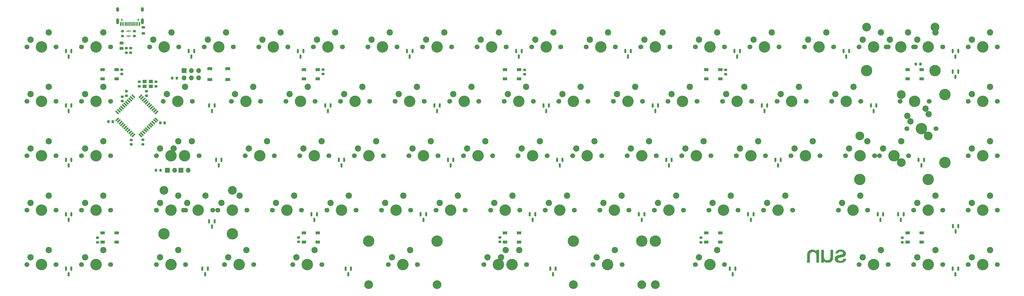
<source format=gbr>
%TF.GenerationSoftware,KiCad,Pcbnew,(5.99.0-11177-g6c67dfa032)*%
%TF.CreationDate,2021-09-17T12:13:23+03:00*%
%TF.ProjectId,SunsetterR2_Solder,53756e73-6574-4746-9572-52325f536f6c,rev?*%
%TF.SameCoordinates,Original*%
%TF.FileFunction,Soldermask,Bot*%
%TF.FilePolarity,Negative*%
%FSLAX46Y46*%
G04 Gerber Fmt 4.6, Leading zero omitted, Abs format (unit mm)*
G04 Created by KiCad (PCBNEW (5.99.0-11177-g6c67dfa032)) date 2021-09-17 12:13:23*
%MOMM*%
%LPD*%
G01*
G04 APERTURE LIST*
G04 Aperture macros list*
%AMRoundRect*
0 Rectangle with rounded corners*
0 $1 Rounding radius*
0 $2 $3 $4 $5 $6 $7 $8 $9 X,Y pos of 4 corners*
0 Add a 4 corners polygon primitive as box body*
4,1,4,$2,$3,$4,$5,$6,$7,$8,$9,$2,$3,0*
0 Add four circle primitives for the rounded corners*
1,1,$1+$1,$2,$3*
1,1,$1+$1,$4,$5*
1,1,$1+$1,$6,$7*
1,1,$1+$1,$8,$9*
0 Add four rect primitives between the rounded corners*
20,1,$1+$1,$2,$3,$4,$5,0*
20,1,$1+$1,$4,$5,$6,$7,0*
20,1,$1+$1,$6,$7,$8,$9,0*
20,1,$1+$1,$8,$9,$2,$3,0*%
%AMRotRect*
0 Rectangle, with rotation*
0 The origin of the aperture is its center*
0 $1 length*
0 $2 width*
0 $3 Rotation angle, in degrees counterclockwise*
0 Add horizontal line*
21,1,$1,$2,0,0,$3*%
G04 Aperture macros list end*
%ADD10C,4.000000*%
%ADD11C,1.700000*%
%ADD12C,2.200000*%
%ADD13C,3.987800*%
%ADD14C,3.048000*%
%ADD15C,3.050000*%
%ADD16R,1.500000X1.000000*%
%ADD17RoundRect,0.200000X-0.275000X0.200000X-0.275000X-0.200000X0.275000X-0.200000X0.275000X0.200000X0*%
%ADD18RoundRect,0.225000X0.250000X-0.225000X0.250000X0.225000X-0.250000X0.225000X-0.250000X-0.225000X0*%
%ADD19RoundRect,0.150000X-0.150000X0.587500X-0.150000X-0.587500X0.150000X-0.587500X0.150000X0.587500X0*%
%ADD20RoundRect,0.225000X0.225000X0.250000X-0.225000X0.250000X-0.225000X-0.250000X0.225000X-0.250000X0*%
%ADD21R,1.700000X1.000000*%
%ADD22RoundRect,0.225000X-0.250000X0.225000X-0.250000X-0.225000X0.250000X-0.225000X0.250000X0.225000X0*%
%ADD23R,1.400000X1.200000*%
%ADD24R,0.375000X0.500000*%
%ADD25R,0.300000X0.650000*%
%ADD26R,1.700000X1.700000*%
%ADD27O,1.700000X1.700000*%
%ADD28RoundRect,0.243750X-0.456250X0.243750X-0.456250X-0.243750X0.456250X-0.243750X0.456250X0.243750X0*%
%ADD29C,0.650000*%
%ADD30R,0.600000X1.450000*%
%ADD31R,0.300000X1.450000*%
%ADD32O,1.000000X2.100000*%
%ADD33O,1.000000X1.600000*%
%ADD34RoundRect,0.200000X0.275000X-0.200000X0.275000X0.200000X-0.275000X0.200000X-0.275000X-0.200000X0*%
%ADD35RoundRect,0.225000X-0.225000X-0.250000X0.225000X-0.250000X0.225000X0.250000X-0.225000X0.250000X0*%
%ADD36RoundRect,0.200000X0.200000X0.275000X-0.200000X0.275000X-0.200000X-0.275000X0.200000X-0.275000X0*%
%ADD37RotRect,1.500000X0.550000X315.000000*%
%ADD38RotRect,1.500000X0.550000X225.000000*%
%ADD39RoundRect,0.200000X-0.200000X-0.275000X0.200000X-0.275000X0.200000X0.275000X-0.200000X0.275000X0*%
%ADD40RoundRect,0.218750X-0.381250X0.218750X-0.381250X-0.218750X0.381250X-0.218750X0.381250X0.218750X0*%
G04 APERTURE END LIST*
%TO.C,G\u002A\u002A\u002A*%
G36*
X311299163Y-110428049D02*
G01*
X311299246Y-110588510D01*
X311299781Y-110886123D01*
X311301081Y-111138895D01*
X311303484Y-111351405D01*
X311307329Y-111528236D01*
X311312955Y-111673966D01*
X311320699Y-111793178D01*
X311330899Y-111890451D01*
X311343895Y-111970367D01*
X311360023Y-112037505D01*
X311379622Y-112096447D01*
X311403030Y-112151774D01*
X311430587Y-112208065D01*
X311433366Y-112213438D01*
X311515520Y-112337429D01*
X311626917Y-112461738D01*
X311751376Y-112570298D01*
X311872716Y-112647042D01*
X312057760Y-112717066D01*
X312295016Y-112762358D01*
X312543601Y-112767553D01*
X312790762Y-112731479D01*
X312878928Y-112708037D01*
X313062253Y-112635411D01*
X313210607Y-112535077D01*
X313329482Y-112401472D01*
X313424367Y-112229032D01*
X313500756Y-112012194D01*
X313509830Y-111979134D01*
X313520074Y-111935380D01*
X313528682Y-111886635D01*
X313535841Y-111828235D01*
X313541739Y-111755518D01*
X313546563Y-111663819D01*
X313550502Y-111548475D01*
X313553743Y-111404822D01*
X313556474Y-111228198D01*
X313558882Y-111013939D01*
X313561155Y-110757381D01*
X313563481Y-110453862D01*
X313573586Y-109079319D01*
X314525407Y-109079319D01*
X314525407Y-110216707D01*
X314525067Y-110452742D01*
X314522932Y-110800738D01*
X314518627Y-111104194D01*
X314511910Y-111367494D01*
X314502538Y-111595020D01*
X314490268Y-111791154D01*
X314474857Y-111960280D01*
X314456064Y-112106780D01*
X314433646Y-112235037D01*
X314407359Y-112349433D01*
X314308973Y-112647756D01*
X314178693Y-112906390D01*
X314016457Y-113124573D01*
X313821927Y-113302613D01*
X313594761Y-113440824D01*
X313334618Y-113539516D01*
X313041159Y-113599001D01*
X313029912Y-113600381D01*
X312896580Y-113609745D01*
X312736146Y-113611572D01*
X312564327Y-113606578D01*
X312396837Y-113595480D01*
X312249391Y-113578994D01*
X312137704Y-113557834D01*
X311984191Y-113509449D01*
X311718398Y-113385938D01*
X311474909Y-113220415D01*
X311298781Y-113078110D01*
X311298781Y-113570782D01*
X310369513Y-113570782D01*
X310369513Y-109079319D01*
X311298781Y-109079319D01*
X311299163Y-110428049D01*
G37*
G36*
X307518763Y-109058130D02*
G01*
X307799946Y-109114122D01*
X308059252Y-109204863D01*
X308289726Y-109328420D01*
X308484410Y-109482861D01*
X308514694Y-109511167D01*
X308565289Y-109553221D01*
X308594116Y-109569766D01*
X308599315Y-109561406D01*
X308606987Y-109512605D01*
X308612265Y-109429914D01*
X308614228Y-109324543D01*
X308614228Y-109079319D01*
X309543496Y-109079319D01*
X309543496Y-113570782D01*
X308614228Y-113570782D01*
X308614228Y-112176066D01*
X308614226Y-112098456D01*
X308614119Y-111805623D01*
X308613740Y-111558783D01*
X308612933Y-111353396D01*
X308611540Y-111184919D01*
X308609403Y-111048810D01*
X308606366Y-110940527D01*
X308602272Y-110855529D01*
X308596964Y-110789273D01*
X308590285Y-110737217D01*
X308582077Y-110694820D01*
X308572184Y-110657539D01*
X308560448Y-110620832D01*
X308506685Y-110484730D01*
X308390305Y-110288589D01*
X308237864Y-110127712D01*
X308046347Y-109998449D01*
X307947917Y-109955117D01*
X307771561Y-109908583D01*
X307573676Y-109884511D01*
X307367929Y-109882767D01*
X307167983Y-109903219D01*
X306987506Y-109945733D01*
X306840162Y-110010178D01*
X306729722Y-110084645D01*
X306617060Y-110190278D01*
X306528473Y-110317863D01*
X306457453Y-110477224D01*
X306397488Y-110678187D01*
X306386982Y-110721300D01*
X306376441Y-110770625D01*
X306367717Y-110823008D01*
X306360637Y-110883306D01*
X306355032Y-110956374D01*
X306350729Y-111047071D01*
X306347557Y-111160252D01*
X306345346Y-111300775D01*
X306343925Y-111473496D01*
X306343121Y-111683273D01*
X306342764Y-111934962D01*
X306342683Y-112233420D01*
X306342683Y-113570782D01*
X305382694Y-113570782D01*
X305394532Y-112196240D01*
X305395582Y-112076249D01*
X305398311Y-111787848D01*
X305401076Y-111544174D01*
X305404075Y-111340201D01*
X305407507Y-111170904D01*
X305411571Y-111031258D01*
X305416468Y-110916237D01*
X305422395Y-110820816D01*
X305429552Y-110739970D01*
X305438139Y-110668674D01*
X305448354Y-110601901D01*
X305460397Y-110534628D01*
X305467770Y-110496286D01*
X305528506Y-110235953D01*
X305602243Y-110015779D01*
X305693484Y-109826184D01*
X305806732Y-109657590D01*
X305946488Y-109500416D01*
X305964959Y-109482135D01*
X306126855Y-109341080D01*
X306294752Y-109232738D01*
X306479636Y-109152208D01*
X306692488Y-109094584D01*
X306944293Y-109054964D01*
X307222659Y-109038819D01*
X307518763Y-109058130D01*
G37*
G36*
X317318010Y-109037741D02*
G01*
X317616312Y-109067903D01*
X317907637Y-109130532D01*
X318163217Y-109225246D01*
X318386486Y-109353345D01*
X318580878Y-109516131D01*
X318638199Y-109575823D01*
X318773134Y-109748240D01*
X318867258Y-109929939D01*
X318928067Y-110134269D01*
X318957284Y-110322058D01*
X318959354Y-110577769D01*
X318914707Y-110813263D01*
X318824193Y-111026715D01*
X318688658Y-111216299D01*
X318508951Y-111380190D01*
X318285919Y-111516565D01*
X318237122Y-111540303D01*
X318153833Y-111577159D01*
X318066473Y-111609977D01*
X317968329Y-111640418D01*
X317852688Y-111670149D01*
X317712838Y-111700831D01*
X317542064Y-111734130D01*
X317333654Y-111771708D01*
X317080895Y-111815231D01*
X317064624Y-111817999D01*
X316839718Y-111858240D01*
X316659583Y-111895710D01*
X316518069Y-111933115D01*
X316409031Y-111973157D01*
X316326319Y-112018541D01*
X316263788Y-112071969D01*
X316215288Y-112136145D01*
X316174673Y-112213773D01*
X316146465Y-112284562D01*
X316129839Y-112375608D01*
X316143649Y-112468162D01*
X316188634Y-112581759D01*
X316273699Y-112713795D01*
X316404865Y-112827691D01*
X316574681Y-112910112D01*
X316781327Y-112960197D01*
X317022984Y-112977083D01*
X317095735Y-112975617D01*
X317329569Y-112949057D01*
X317535098Y-112890627D01*
X317704789Y-112802257D01*
X317752410Y-112764841D01*
X317842902Y-112672402D01*
X317926415Y-112563446D01*
X317991479Y-112453767D01*
X318026625Y-112359155D01*
X318042429Y-112280132D01*
X319067206Y-112280132D01*
X319052286Y-112364024D01*
X319040527Y-112425655D01*
X318983001Y-112640221D01*
X318901979Y-112825551D01*
X318790857Y-112997647D01*
X318711225Y-113090479D01*
X318587248Y-113209326D01*
X318450576Y-113320110D01*
X318319919Y-113406583D01*
X318269382Y-113432927D01*
X318130988Y-113491937D01*
X317967409Y-113548893D01*
X317796440Y-113597902D01*
X317635874Y-113633073D01*
X317503907Y-113651328D01*
X317288873Y-113667263D01*
X317053743Y-113672235D01*
X316816160Y-113666391D01*
X316593770Y-113649878D01*
X316404219Y-113622841D01*
X316184527Y-113572992D01*
X315899784Y-113479514D01*
X315658359Y-113360701D01*
X315458568Y-113215248D01*
X315298724Y-113041850D01*
X315177145Y-112839200D01*
X315092146Y-112605994D01*
X315072529Y-112523620D01*
X315043985Y-112285680D01*
X315055051Y-112051976D01*
X315103576Y-111830224D01*
X315187409Y-111628136D01*
X315304401Y-111453429D01*
X315452399Y-111313815D01*
X315479792Y-111294026D01*
X315562658Y-111238849D01*
X315648949Y-111190128D01*
X315744599Y-111145982D01*
X315855545Y-111104531D01*
X315987721Y-111063896D01*
X316147062Y-111022195D01*
X316339505Y-110977549D01*
X316570985Y-110928078D01*
X316847436Y-110871900D01*
X317062658Y-110827752D01*
X317255541Y-110784728D01*
X317409683Y-110745030D01*
X317531510Y-110706303D01*
X317627449Y-110666192D01*
X317703925Y-110622343D01*
X317767363Y-110572402D01*
X317824190Y-110514014D01*
X317899329Y-110398621D01*
X317930817Y-110271985D01*
X317915350Y-110145496D01*
X317854726Y-110024820D01*
X317750742Y-109915624D01*
X317605195Y-109823575D01*
X317598035Y-109820052D01*
X317526198Y-109785895D01*
X317466527Y-109762782D01*
X317406265Y-109748576D01*
X317332652Y-109741142D01*
X317232931Y-109738342D01*
X317094344Y-109738042D01*
X317003262Y-109738431D01*
X316886915Y-109740890D01*
X316802378Y-109747144D01*
X316737316Y-109758952D01*
X316679389Y-109778076D01*
X316616261Y-109806276D01*
X316536866Y-109848554D01*
X316388742Y-109962411D01*
X316283627Y-110103091D01*
X316219330Y-110273171D01*
X316202269Y-110344156D01*
X315725220Y-110344156D01*
X315684099Y-110344190D01*
X315519119Y-110344425D01*
X315398919Y-110342277D01*
X315317874Y-110334337D01*
X315270355Y-110317199D01*
X315250736Y-110287458D01*
X315253390Y-110241705D01*
X315272691Y-110176535D01*
X315303011Y-110088540D01*
X315328951Y-110015854D01*
X315410477Y-109836361D01*
X315513308Y-109681226D01*
X315649892Y-109530419D01*
X315799249Y-109401984D01*
X316037346Y-109254931D01*
X316309871Y-109144508D01*
X316615224Y-109071186D01*
X316951803Y-109035440D01*
X317318010Y-109037741D01*
G37*
%TD*%
D10*
%TO.C,K21*%
X109537500Y-57150000D03*
D11*
X104457500Y-57150000D03*
X114617500Y-57150000D03*
D12*
X112077500Y-52070000D03*
X105727500Y-54610000D03*
%TD*%
D11*
%TO.C,K80*%
X371792500Y-95250000D03*
X361632500Y-95250000D03*
D10*
X366712500Y-95250000D03*
D12*
X369252500Y-90170000D03*
X362902500Y-92710000D03*
%TD*%
D10*
%TO.C,K35*%
X38100000Y-76200000D03*
D11*
X43180000Y-76200000D03*
X33020000Y-76200000D03*
D12*
X40640000Y-71120000D03*
X34290000Y-73660000D03*
%TD*%
D11*
%TO.C,K30*%
X286067500Y-57150000D03*
D10*
X280987500Y-57150000D03*
D11*
X275907500Y-57150000D03*
D12*
X283527500Y-52070000D03*
X277177500Y-54610000D03*
%TD*%
D11*
%TO.C,K31*%
X305117500Y-57150000D03*
D10*
X300037500Y-57150000D03*
D11*
X294957500Y-57150000D03*
D12*
X302577500Y-52070000D03*
X296227500Y-54610000D03*
%TD*%
D11*
%TO.C,K33*%
X337820000Y-57150000D03*
D10*
X342900000Y-57150000D03*
D11*
X347980000Y-57150000D03*
D12*
X340360000Y-62230000D03*
X346710000Y-59690000D03*
%TD*%
D11*
%TO.C,K73*%
X169386250Y-114300000D03*
X159226250Y-114300000D03*
D10*
X164306250Y-114300000D03*
D12*
X166846250Y-109220000D03*
X160496250Y-111760000D03*
%TD*%
D11*
%TO.C,K51*%
X43180000Y-95250000D03*
D10*
X38100000Y-95250000D03*
D11*
X33020000Y-95250000D03*
D12*
X40640000Y-90170000D03*
X34290000Y-92710000D03*
%TD*%
D11*
%TO.C,K78*%
X352742500Y-114300000D03*
D10*
X347662500Y-114300000D03*
D11*
X342582500Y-114300000D03*
D12*
X350202500Y-109220000D03*
X343852500Y-111760000D03*
%TD*%
D10*
%TO.C,K23*%
X147637500Y-57150000D03*
D11*
X152717500Y-57150000D03*
X142557500Y-57150000D03*
D12*
X150177500Y-52070000D03*
X143827500Y-54610000D03*
%TD*%
D10*
%TO.C,K58*%
X180975000Y-95250000D03*
D11*
X186055000Y-95250000D03*
X175895000Y-95250000D03*
D12*
X183515000Y-90170000D03*
X177165000Y-92710000D03*
%TD*%
D11*
%TO.C,K56*%
X147955000Y-95250000D03*
X137795000Y-95250000D03*
D10*
X142875000Y-95250000D03*
D12*
X145415000Y-90170000D03*
X139065000Y-92710000D03*
%TD*%
D10*
%TO.C,K9*%
X195262500Y-38100000D03*
D11*
X200342500Y-38100000D03*
X190182500Y-38100000D03*
D12*
X197802500Y-33020000D03*
X191452500Y-35560000D03*
%TD*%
D10*
%TO.C,K10*%
X214312500Y-38100000D03*
D11*
X219392500Y-38100000D03*
X209232500Y-38100000D03*
D12*
X216852500Y-33020000D03*
X210502500Y-35560000D03*
%TD*%
D11*
%TO.C,K6*%
X143192500Y-38100000D03*
X133032500Y-38100000D03*
D10*
X138112500Y-38100000D03*
D12*
X140652500Y-33020000D03*
X134302500Y-35560000D03*
%TD*%
D10*
%TO.C,K25*%
X185737500Y-57150000D03*
D11*
X190817500Y-57150000D03*
X180657500Y-57150000D03*
D12*
X188277500Y-52070000D03*
X181927500Y-54610000D03*
%TD*%
D11*
%TO.C,K67*%
X352742500Y-95250000D03*
X342582500Y-95250000D03*
D10*
X347662500Y-95250000D03*
D12*
X350202500Y-90170000D03*
X343852500Y-92710000D03*
%TD*%
D11*
%TO.C,K46*%
X261620000Y-76200000D03*
X271780000Y-76200000D03*
D10*
X266700000Y-76200000D03*
D12*
X269240000Y-71120000D03*
X262890000Y-73660000D03*
%TD*%
D10*
%TO.C,K49*%
X335756250Y-76200000D03*
D11*
X340836250Y-76200000D03*
X330676250Y-76200000D03*
D12*
X338296250Y-71120000D03*
X331946250Y-73660000D03*
%TD*%
D10*
%TO.C,K11*%
X233362500Y-38100000D03*
D11*
X228282500Y-38100000D03*
X238442500Y-38100000D03*
D12*
X235902500Y-33020000D03*
X229552500Y-35560000D03*
%TD*%
D10*
%TO.C,K14*%
X290512500Y-38100000D03*
D11*
X285432500Y-38100000D03*
X295592500Y-38100000D03*
D12*
X293052500Y-33020000D03*
X286702500Y-35560000D03*
%TD*%
D10*
%TO.C,K49A1*%
X323850000Y-76200000D03*
D11*
X318770000Y-76200000D03*
X328930000Y-76200000D03*
D12*
X326390000Y-71120000D03*
X320040000Y-73660000D03*
%TD*%
D11*
%TO.C,K18*%
X33020000Y-57150000D03*
D10*
X38100000Y-57150000D03*
D11*
X43180000Y-57150000D03*
D12*
X40640000Y-52070000D03*
X34290000Y-54610000D03*
%TD*%
D10*
%TO.C,K66*%
X366712500Y-76200000D03*
D11*
X361632500Y-76200000D03*
X371792500Y-76200000D03*
D12*
X369252500Y-71120000D03*
X362902500Y-73660000D03*
%TD*%
D11*
%TO.C,K36*%
X52070000Y-76200000D03*
X62230000Y-76200000D03*
D10*
X57150000Y-76200000D03*
D12*
X59690000Y-71120000D03*
X53340000Y-73660000D03*
%TD*%
D11*
%TO.C,K32*%
X314007500Y-57150000D03*
X324167500Y-57150000D03*
D10*
X319087500Y-57150000D03*
D12*
X321627500Y-52070000D03*
X315277500Y-54610000D03*
%TD*%
D13*
%TO.C,>NAME*%
X176244250Y-106045000D03*
D14*
X152368250Y-121285000D03*
X176244250Y-121285000D03*
D13*
X152368250Y-106045000D03*
%TD*%
D11*
%TO.C,K8*%
X171132500Y-38100000D03*
D10*
X176212500Y-38100000D03*
D11*
X181292500Y-38100000D03*
D12*
X178752500Y-33020000D03*
X172402500Y-35560000D03*
%TD*%
D13*
%TO.C,>NAME*%
X252450500Y-106045000D03*
D14*
X152374500Y-121285000D03*
D13*
X152374500Y-106045000D03*
D14*
X252450500Y-121285000D03*
%TD*%
D13*
%TO.C,>NAME*%
X247681750Y-106045000D03*
D14*
X247681750Y-121285000D03*
X223805750Y-121285000D03*
D13*
X223805750Y-106045000D03*
%TD*%
D11*
%TO.C,K72*%
X125888750Y-114300000D03*
D10*
X130968750Y-114300000D03*
D11*
X136048750Y-114300000D03*
D12*
X133508750Y-109220000D03*
X127158750Y-111760000D03*
%TD*%
D10*
%TO.C,K63*%
X276225000Y-95250000D03*
D11*
X271145000Y-95250000D03*
X281305000Y-95250000D03*
D12*
X278765000Y-90170000D03*
X272415000Y-92710000D03*
%TD*%
D10*
%TO.C,K53*%
X83343750Y-95250000D03*
D11*
X88423750Y-95250000D03*
X78263750Y-95250000D03*
D12*
X85883750Y-90170000D03*
X79533750Y-92710000D03*
%TD*%
D11*
%TO.C,K22*%
X123507500Y-57150000D03*
X133667500Y-57150000D03*
D10*
X128587500Y-57150000D03*
D12*
X131127500Y-52070000D03*
X124777500Y-54610000D03*
%TD*%
D10*
%TO.C,K7*%
X157162500Y-38100000D03*
D11*
X152082500Y-38100000D03*
X162242500Y-38100000D03*
D12*
X159702500Y-33020000D03*
X153352500Y-35560000D03*
%TD*%
D11*
%TO.C,K13*%
X276542500Y-38100000D03*
X266382500Y-38100000D03*
D10*
X271462500Y-38100000D03*
D12*
X274002500Y-33020000D03*
X267652500Y-35560000D03*
%TD*%
D11*
%TO.C,K74A1*%
X197332500Y-114300000D03*
D10*
X202412500Y-114300000D03*
D11*
X207492500Y-114300000D03*
D12*
X204952500Y-109220000D03*
X198602500Y-111760000D03*
%TD*%
D10*
%TO.C,K27*%
X223837500Y-57150000D03*
D11*
X228917500Y-57150000D03*
X218757500Y-57150000D03*
D12*
X226377500Y-52070000D03*
X220027500Y-54610000D03*
%TD*%
D11*
%TO.C,K43*%
X204470000Y-76200000D03*
D10*
X209550000Y-76200000D03*
D11*
X214630000Y-76200000D03*
D12*
X212090000Y-71120000D03*
X205740000Y-73660000D03*
%TD*%
D13*
%TO.C,>NAME*%
X323818250Y-84455000D03*
D14*
X347694250Y-69215000D03*
X323818250Y-69215000D03*
D13*
X347694250Y-84455000D03*
%TD*%
D11*
%TO.C,K71*%
X112236250Y-114300000D03*
D10*
X107156250Y-114300000D03*
D11*
X102076250Y-114300000D03*
D12*
X109696250Y-109220000D03*
X103346250Y-111760000D03*
%TD*%
D10*
%TO.C,K16A1*%
X338131250Y-38100000D03*
D11*
X333051250Y-38100000D03*
X343211250Y-38100000D03*
D12*
X340671250Y-33020000D03*
X334321250Y-35560000D03*
%TD*%
D11*
%TO.C,K29*%
X256857500Y-57150000D03*
D10*
X261937500Y-57150000D03*
D11*
X267017500Y-57150000D03*
D12*
X264477500Y-52070000D03*
X258127500Y-54610000D03*
%TD*%
D10*
%TO.C,K69*%
X57150000Y-114300000D03*
D11*
X52070000Y-114300000D03*
X62230000Y-114300000D03*
D12*
X59690000Y-109220000D03*
X53340000Y-111760000D03*
%TD*%
D11*
%TO.C,K59*%
X194945000Y-95250000D03*
D10*
X200025000Y-95250000D03*
D11*
X205105000Y-95250000D03*
D12*
X202565000Y-90170000D03*
X196215000Y-92710000D03*
%TD*%
D10*
%TO.C,K1*%
X38100000Y-38100000D03*
D11*
X33020000Y-38100000D03*
X43180000Y-38100000D03*
D12*
X40640000Y-33020000D03*
X34290000Y-35560000D03*
%TD*%
D10*
%TO.C,K77*%
X328612500Y-114300000D03*
D11*
X333692500Y-114300000D03*
X323532500Y-114300000D03*
D12*
X331152500Y-109220000D03*
X324802500Y-111760000D03*
%TD*%
D11*
%TO.C,K20*%
X90805000Y-57150000D03*
X80645000Y-57150000D03*
D10*
X85725000Y-57150000D03*
D12*
X88265000Y-52070000D03*
X81915000Y-54610000D03*
%TD*%
D11*
%TO.C,K76*%
X276542500Y-114300000D03*
X266382500Y-114300000D03*
D10*
X271462500Y-114300000D03*
D12*
X274002500Y-109220000D03*
X267652500Y-111760000D03*
%TD*%
D11*
%TO.C,K45*%
X252730000Y-76200000D03*
X242570000Y-76200000D03*
D10*
X247650000Y-76200000D03*
D12*
X250190000Y-71120000D03*
X243840000Y-73660000D03*
%TD*%
D11*
%TO.C,K42*%
X185420000Y-76200000D03*
X195580000Y-76200000D03*
D10*
X190500000Y-76200000D03*
D12*
X193040000Y-71120000D03*
X186690000Y-73660000D03*
%TD*%
D11*
%TO.C,K16*%
X323532500Y-38100000D03*
D10*
X328612500Y-38100000D03*
D11*
X333692500Y-38100000D03*
D12*
X331152500Y-33020000D03*
X324802500Y-35560000D03*
%TD*%
D10*
%TO.C,K44*%
X228600000Y-76200000D03*
D11*
X223520000Y-76200000D03*
X233680000Y-76200000D03*
D12*
X231140000Y-71120000D03*
X224790000Y-73660000D03*
%TD*%
D11*
%TO.C,K3*%
X75882500Y-38100000D03*
D10*
X80962500Y-38100000D03*
D11*
X86042500Y-38100000D03*
D12*
X83502500Y-33020000D03*
X77152500Y-35560000D03*
%TD*%
D11*
%TO.C,K34*%
X361632500Y-38100000D03*
X371792500Y-38100000D03*
D10*
X366712500Y-38100000D03*
D12*
X369252500Y-33020000D03*
X362902500Y-35560000D03*
%TD*%
D10*
%TO.C,K55*%
X123825000Y-95250000D03*
D11*
X118745000Y-95250000D03*
X128905000Y-95250000D03*
D12*
X126365000Y-90170000D03*
X120015000Y-92710000D03*
%TD*%
D11*
%TO.C,K4*%
X94932500Y-38100000D03*
X105092500Y-38100000D03*
D10*
X100012500Y-38100000D03*
D12*
X102552500Y-33020000D03*
X96202500Y-35560000D03*
%TD*%
D11*
%TO.C,K70*%
X78263750Y-114300000D03*
X88423750Y-114300000D03*
D10*
X83343750Y-114300000D03*
D12*
X85883750Y-109220000D03*
X79533750Y-111760000D03*
%TD*%
D11*
%TO.C,K62*%
X252095000Y-95250000D03*
X262255000Y-95250000D03*
D10*
X257175000Y-95250000D03*
D12*
X259715000Y-90170000D03*
X253365000Y-92710000D03*
%TD*%
D10*
%TO.C,K15*%
X309562500Y-38100000D03*
D11*
X314642500Y-38100000D03*
X304482500Y-38100000D03*
D12*
X312102500Y-33020000D03*
X305752500Y-35560000D03*
%TD*%
D10*
%TO.C,K61*%
X238125000Y-95250000D03*
D11*
X243205000Y-95250000D03*
X233045000Y-95250000D03*
D12*
X240665000Y-90170000D03*
X234315000Y-92710000D03*
%TD*%
D11*
%TO.C,K53A1*%
X87788750Y-95250000D03*
X97948750Y-95250000D03*
D10*
X92868750Y-95250000D03*
D12*
X95408750Y-90170000D03*
X89058750Y-92710000D03*
%TD*%
D11*
%TO.C,K38*%
X119380000Y-76200000D03*
D10*
X114300000Y-76200000D03*
D11*
X109220000Y-76200000D03*
D12*
X116840000Y-71120000D03*
X110490000Y-73660000D03*
%TD*%
D10*
%TO.C,K17*%
X347662500Y-38100000D03*
D11*
X352742500Y-38100000D03*
X342582500Y-38100000D03*
D12*
X350202500Y-33020000D03*
X343852500Y-35560000D03*
%TD*%
D11*
%TO.C,K68*%
X33020000Y-114300000D03*
D10*
X38100000Y-114300000D03*
D11*
X43180000Y-114300000D03*
D12*
X40640000Y-109220000D03*
X34290000Y-111760000D03*
%TD*%
D11*
%TO.C,K64*%
X290195000Y-95250000D03*
X300355000Y-95250000D03*
D10*
X295275000Y-95250000D03*
D12*
X297815000Y-90170000D03*
X291465000Y-92710000D03*
%TD*%
D11*
%TO.C,K65*%
X316388750Y-95250000D03*
X326548750Y-95250000D03*
D10*
X321468750Y-95250000D03*
D12*
X324008750Y-90170000D03*
X317658750Y-92710000D03*
%TD*%
D11*
%TO.C,K37A1*%
X88423750Y-76200000D03*
X78263750Y-76200000D03*
D10*
X83343750Y-76200000D03*
D12*
X85883750Y-71120000D03*
X79533750Y-73660000D03*
%TD*%
D11*
%TO.C,K28*%
X247967500Y-57150000D03*
X237807500Y-57150000D03*
D10*
X242887500Y-57150000D03*
D12*
X245427500Y-52070000D03*
X239077500Y-54610000D03*
%TD*%
D11*
%TO.C,K2*%
X62230000Y-38100000D03*
X52070000Y-38100000D03*
D10*
X57150000Y-38100000D03*
D12*
X59690000Y-33020000D03*
X53340000Y-35560000D03*
%TD*%
D11*
%TO.C,K50*%
X361632500Y-57150000D03*
X371792500Y-57150000D03*
D10*
X366712500Y-57150000D03*
D12*
X369252500Y-52070000D03*
X362902500Y-54610000D03*
%TD*%
D11*
%TO.C,K12*%
X257492500Y-38100000D03*
X247332500Y-38100000D03*
D10*
X252412500Y-38100000D03*
D12*
X254952500Y-33020000D03*
X248602500Y-35560000D03*
%TD*%
D13*
%TO.C,>NAME*%
X104806750Y-103505000D03*
D14*
X80930750Y-88265000D03*
X104806750Y-88265000D03*
D13*
X80930750Y-103505000D03*
%TD*%
D11*
%TO.C,K41*%
X166370000Y-76200000D03*
X176530000Y-76200000D03*
D10*
X171450000Y-76200000D03*
D12*
X173990000Y-71120000D03*
X167640000Y-73660000D03*
%TD*%
D11*
%TO.C,K75*%
X240823750Y-114300000D03*
X230663750Y-114300000D03*
D10*
X235743750Y-114300000D03*
D12*
X238283750Y-109220000D03*
X231933750Y-111760000D03*
%TD*%
D10*
%TO.C,K74*%
X197643750Y-114300000D03*
D11*
X202723750Y-114300000D03*
X192563750Y-114300000D03*
D12*
X200183750Y-109220000D03*
X193833750Y-111760000D03*
%TD*%
D11*
%TO.C,K57*%
X167005000Y-95250000D03*
X156845000Y-95250000D03*
D10*
X161925000Y-95250000D03*
D12*
X164465000Y-90170000D03*
X158115000Y-92710000D03*
%TD*%
D11*
%TO.C,K24*%
X171767500Y-57150000D03*
D10*
X166687500Y-57150000D03*
D11*
X161607500Y-57150000D03*
D12*
X169227500Y-52070000D03*
X162877500Y-54610000D03*
%TD*%
D11*
%TO.C,K60*%
X213995000Y-95250000D03*
D10*
X219075000Y-95250000D03*
D11*
X224155000Y-95250000D03*
D12*
X221615000Y-90170000D03*
X215265000Y-92710000D03*
%TD*%
D11*
%TO.C,K52*%
X52070000Y-95250000D03*
X62230000Y-95250000D03*
D10*
X57150000Y-95250000D03*
D12*
X59690000Y-90170000D03*
X53340000Y-92710000D03*
%TD*%
D10*
%TO.C,K26*%
X204787500Y-57150000D03*
D11*
X209867500Y-57150000D03*
X199707500Y-57150000D03*
D12*
X207327500Y-52070000D03*
X200977500Y-54610000D03*
%TD*%
D10*
%TO.C,K39*%
X133350000Y-76200000D03*
D11*
X128270000Y-76200000D03*
X138430000Y-76200000D03*
D12*
X135890000Y-71120000D03*
X129540000Y-73660000D03*
%TD*%
D11*
%TO.C,K47*%
X280670000Y-76200000D03*
D10*
X285750000Y-76200000D03*
D11*
X290830000Y-76200000D03*
D12*
X288290000Y-71120000D03*
X281940000Y-73660000D03*
%TD*%
D11*
%TO.C,K5*%
X124142500Y-38100000D03*
D10*
X119062500Y-38100000D03*
D11*
X113982500Y-38100000D03*
D12*
X121602500Y-33020000D03*
X115252500Y-35560000D03*
%TD*%
D11*
%TO.C,K37*%
X93186250Y-76200000D03*
D10*
X88106250Y-76200000D03*
D11*
X83026250Y-76200000D03*
D12*
X90646250Y-71120000D03*
X84296250Y-73660000D03*
%TD*%
D11*
%TO.C,K19*%
X52070000Y-57150000D03*
D10*
X57150000Y-57150000D03*
D11*
X62230000Y-57150000D03*
D12*
X59690000Y-52070000D03*
X53340000Y-54610000D03*
%TD*%
D11*
%TO.C,K54*%
X99695000Y-95250000D03*
D10*
X104775000Y-95250000D03*
D11*
X109855000Y-95250000D03*
D12*
X107315000Y-90170000D03*
X100965000Y-92710000D03*
%TD*%
D10*
%TO.C,K33A1*%
X345281250Y-66675000D03*
D15*
X338281250Y-54775000D03*
D10*
X353521250Y-78575000D03*
D15*
X338281250Y-78575000D03*
D11*
X350361250Y-66675000D03*
X340201250Y-66675000D03*
D10*
X353521250Y-54775000D03*
D12*
X347821250Y-61595000D03*
X341471250Y-64135000D03*
%TD*%
D11*
%TO.C,K48*%
X309880000Y-76200000D03*
X299720000Y-76200000D03*
D10*
X304800000Y-76200000D03*
D12*
X307340000Y-71120000D03*
X300990000Y-73660000D03*
%TD*%
D10*
%TO.C,K79*%
X366712500Y-114300000D03*
D11*
X361632500Y-114300000D03*
X371792500Y-114300000D03*
D12*
X369252500Y-109220000D03*
X362902500Y-111760000D03*
%TD*%
D13*
%TO.C,ST72*%
X350075500Y-46355000D03*
X326199500Y-46355000D03*
D14*
X326199500Y-31115000D03*
X350075500Y-31115000D03*
%TD*%
D10*
%TO.C,K40*%
X152400000Y-76200000D03*
D11*
X147320000Y-76200000D03*
X157480000Y-76200000D03*
D12*
X154940000Y-71120000D03*
X148590000Y-73660000D03*
%TD*%
D16*
%TO.C,RGB5*%
X345350000Y-46025000D03*
X345350000Y-49225000D03*
X340450000Y-49225000D03*
X340450000Y-46025000D03*
%TD*%
%TO.C,RGB8*%
X199956250Y-106375000D03*
X199956250Y-103175000D03*
X204856250Y-103175000D03*
X204856250Y-106375000D03*
%TD*%
D17*
%TO.C,R6*%
X67792600Y-38494200D03*
X67792600Y-40144200D03*
%TD*%
D18*
%TO.C,C4*%
X74803000Y-55131000D03*
X74803000Y-53581000D03*
%TD*%
D19*
%TO.C,KD20*%
X99062500Y-77643750D03*
X100962500Y-77643750D03*
X100012500Y-79518750D03*
%TD*%
D17*
%TO.C,R2*%
X70586600Y-32576000D03*
X70586600Y-34226000D03*
%TD*%
D19*
%TO.C,KD4*%
X165737500Y-39543750D03*
X167637500Y-39543750D03*
X166687500Y-41418750D03*
%TD*%
D20*
%TO.C,C10*%
X344945000Y-44069000D03*
X343395000Y-44069000D03*
%TD*%
D19*
%TO.C,KD13*%
X175262500Y-58593750D03*
X177162500Y-58593750D03*
X176212500Y-60468750D03*
%TD*%
D18*
%TO.C,C6*%
X66167000Y-47575000D03*
X66167000Y-46025000D03*
%TD*%
D19*
%TO.C,KD30*%
X170500000Y-96693750D03*
X172400000Y-96693750D03*
X171450000Y-98568750D03*
%TD*%
D21*
%TO.C,SW1*%
X103162500Y-49525000D03*
X96862500Y-49525000D03*
X96862500Y-45725000D03*
X103162500Y-45725000D03*
%TD*%
D22*
%TO.C,C2*%
X69494400Y-70675200D03*
X69494400Y-72225200D03*
%TD*%
D19*
%TO.C,KD9*%
X356237500Y-39543750D03*
X358137500Y-39543750D03*
X357187500Y-41418750D03*
%TD*%
%TO.C,KD25*%
X294325000Y-77643750D03*
X296225000Y-77643750D03*
X295275000Y-79518750D03*
%TD*%
D16*
%TO.C,RGB1*%
X64362500Y-46025000D03*
X64362500Y-49225000D03*
X59462500Y-49225000D03*
X59462500Y-46025000D03*
%TD*%
D19*
%TO.C,KD18*%
X356237500Y-46687500D03*
X358137500Y-46687500D03*
X357187500Y-48562500D03*
%TD*%
%TO.C,KD41*%
X356237500Y-115743750D03*
X358137500Y-115743750D03*
X357187500Y-117618750D03*
%TD*%
%TO.C,KD17*%
X327662500Y-58593750D03*
X329562500Y-58593750D03*
X328612500Y-60468750D03*
%TD*%
%TO.C,KD31*%
X208600000Y-96693750D03*
X210500000Y-96693750D03*
X209550000Y-98568750D03*
%TD*%
D16*
%TO.C,RGB4*%
X275103125Y-46025000D03*
X275103125Y-49225000D03*
X270203125Y-49225000D03*
X270203125Y-46025000D03*
%TD*%
D22*
%TO.C,C17*%
X72263000Y-50279000D03*
X72263000Y-51829000D03*
%TD*%
D19*
%TO.C,KD39*%
X215743750Y-115743750D03*
X217643750Y-115743750D03*
X216693750Y-117618750D03*
%TD*%
D23*
%TO.C,Y1*%
X74084000Y-50204000D03*
X76284000Y-50204000D03*
X76284000Y-51904000D03*
X74084000Y-51904000D03*
%TD*%
D19*
%TO.C,KD19*%
X46675000Y-77643750D03*
X48575000Y-77643750D03*
X47625000Y-79518750D03*
%TD*%
%TO.C,KD28*%
X96681250Y-99075000D03*
X98581250Y-99075000D03*
X97631250Y-100950000D03*
%TD*%
%TO.C,KD40*%
X278450000Y-115743750D03*
X280350000Y-115743750D03*
X279400000Y-117618750D03*
%TD*%
D24*
%TO.C,U1*%
X67991700Y-32601800D03*
D25*
X68529200Y-32526800D03*
D24*
X69066700Y-32601800D03*
X69066700Y-34301800D03*
D25*
X68529200Y-34376800D03*
D24*
X67991700Y-34301800D03*
%TD*%
D17*
%TO.C,R7*%
X73533000Y-70549000D03*
X73533000Y-72199000D03*
%TD*%
D19*
%TO.C,KD26*%
X344331250Y-77643750D03*
X346231250Y-77643750D03*
X345281250Y-79518750D03*
%TD*%
D16*
%TO.C,RGB7*%
X270203125Y-106375000D03*
X270203125Y-103175000D03*
X275103125Y-103175000D03*
X275103125Y-106375000D03*
%TD*%
D26*
%TO.C,LED1*%
X82053750Y-81280000D03*
D27*
X84593750Y-81280000D03*
%TD*%
D28*
%TO.C,F1*%
X66116200Y-36730700D03*
X66116200Y-38605700D03*
%TD*%
D19*
%TO.C,KD1*%
X46675000Y-39543750D03*
X48575000Y-39543750D03*
X47625000Y-41418750D03*
%TD*%
D18*
%TO.C,C7*%
X136398000Y-47575000D03*
X136398000Y-46025000D03*
%TD*%
D19*
%TO.C,KD22*%
X180025000Y-77643750D03*
X181925000Y-77643750D03*
X180975000Y-79518750D03*
%TD*%
D18*
%TO.C,C9*%
X276987000Y-47638000D03*
X276987000Y-46088000D03*
%TD*%
D16*
%TO.C,RGB3*%
X204856250Y-46025000D03*
X204856250Y-49225000D03*
X199956250Y-49225000D03*
X199956250Y-46025000D03*
%TD*%
D19*
%TO.C,KD32*%
X246700000Y-96693750D03*
X248600000Y-96693750D03*
X247650000Y-98568750D03*
%TD*%
%TO.C,KD6*%
X241937500Y-39543750D03*
X243837500Y-39543750D03*
X242887500Y-41418750D03*
%TD*%
%TO.C,KD36*%
X46675000Y-115743750D03*
X48575000Y-115743750D03*
X47625000Y-117618750D03*
%TD*%
D20*
%TO.C,C1*%
X63055800Y-64262000D03*
X61505800Y-64262000D03*
%TD*%
D19*
%TO.C,KD2*%
X89537500Y-39543750D03*
X91437500Y-39543750D03*
X90487500Y-41418750D03*
%TD*%
D18*
%TO.C,C16*%
X78105000Y-51829000D03*
X78105000Y-50279000D03*
%TD*%
D16*
%TO.C,RGB6*%
X340450000Y-106375000D03*
X340450000Y-103175000D03*
X345350000Y-103175000D03*
X345350000Y-106375000D03*
%TD*%
D19*
%TO.C,KD15*%
X251462500Y-58593750D03*
X253362500Y-58593750D03*
X252412500Y-60468750D03*
%TD*%
D16*
%TO.C,RGB2*%
X134609375Y-46025000D03*
X134609375Y-49225000D03*
X129709375Y-49225000D03*
X129709375Y-46025000D03*
%TD*%
D29*
%TO.C,J1*%
X71946250Y-28577600D03*
X66166250Y-28577600D03*
D30*
X65806250Y-30022600D03*
X66606250Y-30022600D03*
D31*
X67806250Y-30022600D03*
X68806250Y-30022600D03*
X69306250Y-30022600D03*
X70306250Y-30022600D03*
D30*
X71506250Y-30022600D03*
X72306250Y-30022600D03*
X72306250Y-30022600D03*
X71506250Y-30022600D03*
D31*
X70806250Y-30022600D03*
X69806250Y-30022600D03*
X68306250Y-30022600D03*
X67306250Y-30022600D03*
D30*
X66606250Y-30022600D03*
X65806250Y-30022600D03*
D32*
X73376250Y-29107600D03*
D33*
X64736250Y-24927600D03*
X73376250Y-24927600D03*
D32*
X64736250Y-29107600D03*
%TD*%
D19*
%TO.C,KD34*%
X330043750Y-96693750D03*
X331943750Y-96693750D03*
X330993750Y-98568750D03*
%TD*%
%TO.C,KD12*%
X137162500Y-58593750D03*
X139062500Y-58593750D03*
X138112500Y-60468750D03*
%TD*%
D26*
%TO.C,LED1a1*%
X86816250Y-81280000D03*
D27*
X89356250Y-81280000D03*
%TD*%
D19*
%TO.C,KD16*%
X289562500Y-58593750D03*
X291462500Y-58593750D03*
X290512500Y-60468750D03*
%TD*%
D22*
%TO.C,C15*%
X57658000Y-104889000D03*
X57658000Y-106439000D03*
%TD*%
D34*
%TO.C,R5*%
X69265800Y-40144200D03*
X69265800Y-38494200D03*
%TD*%
D35*
%TO.C,C3*%
X79616000Y-64643000D03*
X81166000Y-64643000D03*
%TD*%
D19*
%TO.C,KD29*%
X132400000Y-96693750D03*
X134300000Y-96693750D03*
X133350000Y-98568750D03*
%TD*%
D16*
%TO.C,RGB10*%
X59462500Y-106375000D03*
X59462500Y-103175000D03*
X64362500Y-103175000D03*
X64362500Y-106375000D03*
%TD*%
D19*
%TO.C,KD23*%
X218125000Y-77643750D03*
X220025000Y-77643750D03*
X219075000Y-79518750D03*
%TD*%
%TO.C,KD42*%
X356301000Y-100789500D03*
X358201000Y-100789500D03*
X357251000Y-102664500D03*
%TD*%
%TO.C,KD7*%
X280037500Y-39543750D03*
X281937500Y-39543750D03*
X280987500Y-41418750D03*
%TD*%
D22*
%TO.C,C14*%
X127889000Y-104762000D03*
X127889000Y-106312000D03*
%TD*%
D19*
%TO.C,KD10*%
X46675000Y-58593750D03*
X48575000Y-58593750D03*
X47625000Y-60468750D03*
%TD*%
%TO.C,KD14*%
X213362500Y-58593750D03*
X215262500Y-58593750D03*
X214312500Y-60468750D03*
%TD*%
D36*
%TO.C,R3*%
X85407000Y-49022000D03*
X83757000Y-49022000D03*
%TD*%
D16*
%TO.C,RGB9*%
X129709375Y-106375000D03*
X129709375Y-103175000D03*
X134609375Y-103175000D03*
X134609375Y-106375000D03*
%TD*%
D19*
%TO.C,KD27*%
X46675000Y-96693750D03*
X48575000Y-96693750D03*
X47625000Y-98568750D03*
%TD*%
%TO.C,KD21*%
X141925000Y-77643750D03*
X143825000Y-77643750D03*
X142875000Y-79518750D03*
%TD*%
D18*
%TO.C,C5*%
X67767200Y-55131000D03*
X67767200Y-53581000D03*
%TD*%
D22*
%TO.C,C18*%
X66294000Y-55511400D03*
X66294000Y-57061400D03*
%TD*%
%TO.C,C11*%
X338582000Y-104889000D03*
X338582000Y-106439000D03*
%TD*%
%TO.C,C13*%
X198120000Y-104762000D03*
X198120000Y-106312000D03*
%TD*%
D18*
%TO.C,C8*%
X206756000Y-47638000D03*
X206756000Y-46088000D03*
%TD*%
D19*
%TO.C,KD37*%
X94300000Y-115743750D03*
X96200000Y-115743750D03*
X95250000Y-117618750D03*
%TD*%
%TO.C,KD11*%
X96681250Y-58593750D03*
X98581250Y-58593750D03*
X97631250Y-60468750D03*
%TD*%
%TO.C,KD5*%
X203837500Y-39543750D03*
X205737500Y-39543750D03*
X204787500Y-41418750D03*
%TD*%
%TO.C,KD35*%
X337187500Y-96693750D03*
X339087500Y-96693750D03*
X338137500Y-98568750D03*
%TD*%
D17*
%TO.C,R1*%
X66421000Y-32576000D03*
X66421000Y-34226000D03*
%TD*%
D19*
%TO.C,KD38*%
X144306250Y-115743750D03*
X146206250Y-115743750D03*
X145256250Y-117618750D03*
%TD*%
D37*
%TO.C,U2*%
X64578564Y-61027918D03*
X65144250Y-60462233D03*
X65709935Y-59896548D03*
X66275620Y-59330862D03*
X66841306Y-58765177D03*
X67406991Y-58199491D03*
X67972677Y-57633806D03*
X68538362Y-57068120D03*
X69104048Y-56502435D03*
X69669733Y-55936750D03*
X70235418Y-55371064D03*
D38*
X72639582Y-55371064D03*
X73205267Y-55936750D03*
X73770952Y-56502435D03*
X74336638Y-57068120D03*
X74902323Y-57633806D03*
X75468009Y-58199491D03*
X76033694Y-58765177D03*
X76599380Y-59330862D03*
X77165065Y-59896548D03*
X77730750Y-60462233D03*
X78296436Y-61027918D03*
D37*
X78296436Y-63432082D03*
X77730750Y-63997767D03*
X77165065Y-64563452D03*
X76599380Y-65129138D03*
X76033694Y-65694823D03*
X75468009Y-66260509D03*
X74902323Y-66826194D03*
X74336638Y-67391880D03*
X73770952Y-67957565D03*
X73205267Y-68523250D03*
X72639582Y-69088936D03*
D38*
X70235418Y-69088936D03*
X69669733Y-68523250D03*
X69104048Y-67957565D03*
X68538362Y-67391880D03*
X67972677Y-66826194D03*
X67406991Y-66260509D03*
X66841306Y-65694823D03*
X66275620Y-65129138D03*
X65709935Y-64563452D03*
X65144250Y-63997767D03*
X64578564Y-63432082D03*
%TD*%
D39*
%TO.C,R4*%
X78067400Y-81255000D03*
X79717400Y-81255000D03*
%TD*%
D19*
%TO.C,KD33*%
X284800000Y-96693750D03*
X286700000Y-96693750D03*
X285750000Y-98568750D03*
%TD*%
D26*
%TO.C,ISP1*%
X87949800Y-46350000D03*
D27*
X87949800Y-48890000D03*
X90489800Y-46350000D03*
X90489800Y-48890000D03*
X93029800Y-46350000D03*
X93029800Y-48890000D03*
%TD*%
D19*
%TO.C,KD8*%
X318137500Y-39543750D03*
X320037500Y-39543750D03*
X319087500Y-41418750D03*
%TD*%
%TO.C,KD24*%
X256225000Y-77643750D03*
X258125000Y-77643750D03*
X257175000Y-79518750D03*
%TD*%
D22*
%TO.C,C12*%
X268351000Y-104889000D03*
X268351000Y-106439000D03*
%TD*%
D19*
%TO.C,KD3*%
X127637500Y-39543750D03*
X129537500Y-39543750D03*
X128587500Y-41418750D03*
%TD*%
D40*
%TO.C,FB1*%
X73710800Y-31220900D03*
X73710800Y-33345900D03*
%TD*%
M02*

</source>
